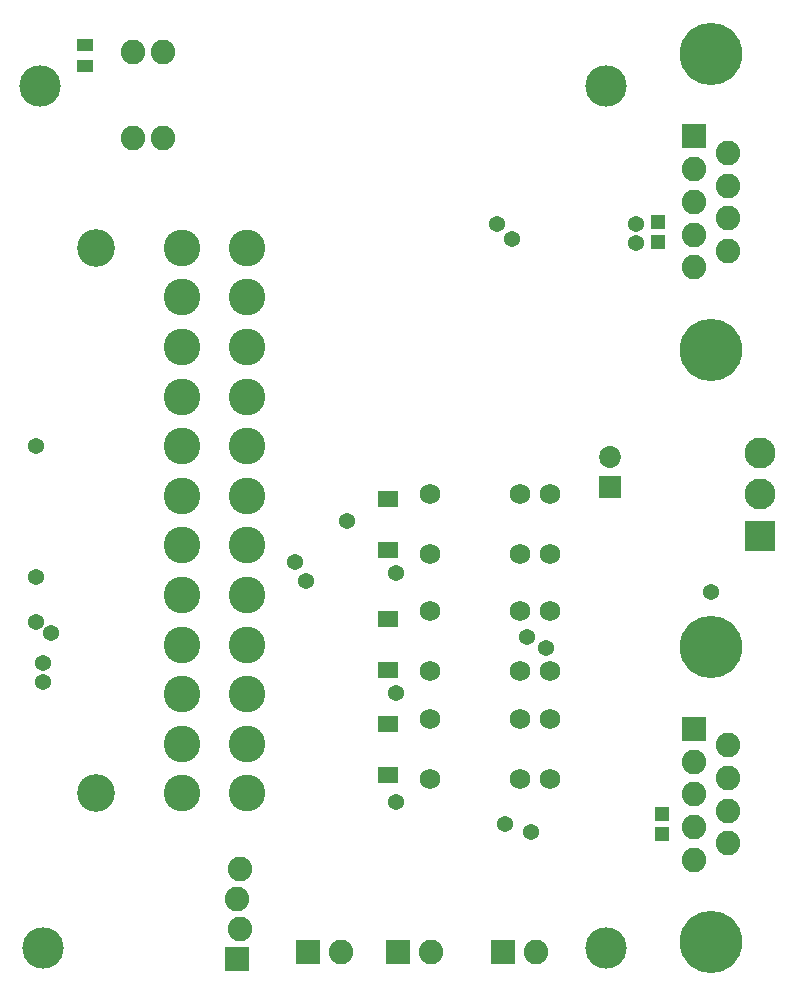
<source format=gts>
G75*
%MOIN*%
%OFA0B0*%
%FSLAX24Y24*%
%IPPOS*%
%LPD*%
%AMOC8*
5,1,8,0,0,1.08239X$1,22.5*
%
%ADD10R,0.0820X0.0820*%
%ADD11C,0.0820*%
%ADD12C,0.2080*%
%ADD13R,0.0474X0.0513*%
%ADD14C,0.0680*%
%ADD15R,0.0659X0.0580*%
%ADD16C,0.1380*%
%ADD17R,0.1030X0.1030*%
%ADD18C,0.1030*%
%ADD19C,0.1222*%
%ADD20C,0.1261*%
%ADD21R,0.0552X0.0395*%
%ADD22C,0.0730*%
%ADD23R,0.0730X0.0730*%
%ADD24C,0.0540*%
D10*
X008500Y001005D03*
X010875Y001255D03*
X013875Y001255D03*
X017375Y001255D03*
X023741Y008686D03*
X023741Y028436D03*
D11*
X023741Y027346D03*
X023741Y026255D03*
X023741Y025164D03*
X023741Y024074D03*
X024859Y024621D03*
X024859Y025712D03*
X024859Y026798D03*
X024859Y027889D03*
X024859Y008139D03*
X024859Y007048D03*
X024859Y005962D03*
X024859Y004871D03*
X023741Y005414D03*
X023741Y004324D03*
X023741Y006505D03*
X023741Y007596D03*
X018475Y001255D03*
X014975Y001255D03*
X011975Y001255D03*
X008600Y002005D03*
X008500Y003005D03*
X008600Y004005D03*
X006050Y028380D03*
X005050Y028380D03*
X005050Y031255D03*
X006050Y031255D03*
D12*
X024300Y031176D03*
X024300Y021334D03*
X024300Y011426D03*
X024300Y001584D03*
D13*
X022675Y005170D03*
X022675Y005840D03*
X022550Y024920D03*
X022550Y025590D03*
D14*
X018925Y016505D03*
X017925Y016505D03*
X017925Y014505D03*
X018925Y014505D03*
X018925Y012630D03*
X017925Y012630D03*
X017925Y010630D03*
X018925Y010630D03*
X018925Y009005D03*
X017925Y009005D03*
X017925Y007005D03*
X018925Y007005D03*
X014925Y007005D03*
X014925Y009005D03*
X014925Y010630D03*
X014925Y012630D03*
X014925Y014505D03*
X014925Y016505D03*
D15*
X013550Y016351D03*
X013550Y014659D03*
X013550Y012351D03*
X013550Y010659D03*
X013550Y008851D03*
X013550Y007159D03*
D16*
X002050Y001380D03*
X020800Y001380D03*
X020800Y030130D03*
X001925Y030130D03*
D17*
X025925Y015130D03*
D18*
X025925Y016508D03*
X025925Y017886D03*
D19*
X008839Y018110D03*
X008839Y016457D03*
X008839Y014803D03*
X008839Y013150D03*
X008839Y011496D03*
X008839Y009843D03*
X008839Y008189D03*
X008839Y006536D03*
X006674Y006536D03*
X006674Y008189D03*
X006674Y009843D03*
X006674Y011496D03*
X006674Y013150D03*
X006674Y014803D03*
X006674Y016457D03*
X006674Y018110D03*
X006674Y019764D03*
X006674Y021417D03*
X006674Y023071D03*
X006674Y024724D03*
X008839Y024724D03*
X008839Y023071D03*
X008839Y021417D03*
X008839Y019764D03*
D20*
X003800Y024724D03*
X003800Y006536D03*
D21*
X003425Y030776D03*
X003425Y031484D03*
D22*
X020925Y017755D03*
D23*
X020925Y016755D03*
D24*
X024300Y013255D03*
X018800Y011380D03*
X018175Y011755D03*
X013800Y009880D03*
X013800Y006255D03*
X017425Y005505D03*
X018300Y005255D03*
X010800Y013630D03*
X010425Y014255D03*
X012175Y015630D03*
X013800Y013880D03*
X021800Y024880D03*
X021800Y025505D03*
X017675Y025005D03*
X017175Y025505D03*
X002300Y011880D03*
X001800Y012255D03*
X002050Y010880D03*
X002050Y010255D03*
X001800Y013755D03*
X001800Y018130D03*
M02*

</source>
